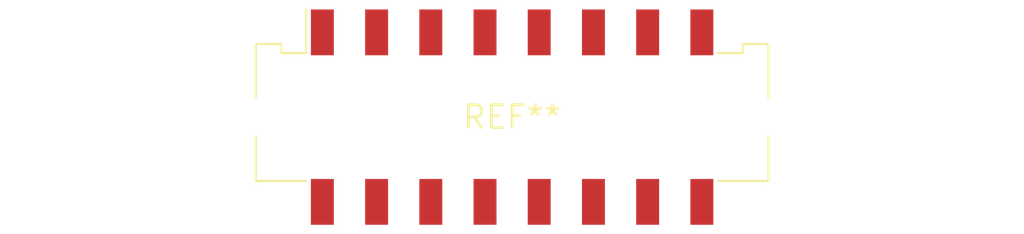
<source format=kicad_pcb>
(kicad_pcb (version 20240108) (generator pcbnew)
  (layers (0 "F.Cu" signal) (31 "B.Cu" signal) (34 "B.Paste" user) (35 "F.Paste" user) (36 "B.SilkS" user "B.Silkscreen") (37 "F.SilkS" user "F.Silkscreen") (38 "B.Mask" user) (39 "F.Mask" user) (44 "Edge.Cuts" user))
  (net 0 "")
  (footprint "Molex_Micro-Fit_3.0_43045-1615_2x08_P3.00mm_Vertical" (layer "F.Cu") (at 0 0)
    (property "Reference" "REF**")
    (property "Value" "Molex_Micro-Fit_3.0_43045-1615_2x08_P3.00mm_Vertical")
    (fp_line (start -14.185 -4.05) (end -12.765 -4.05) (layer "F.SilkS") (stroke (width 0.12)))
    (fp_line (start -14.185 -1.085) (end -14.185 -4.05) (layer "F.SilkS") (stroke (width 0.12)))
    (fp_line (start -14.185 1.085) (end -14.185 3.54) (layer "F.SilkS") (stroke (width 0.12)))
    (fp_line (start -14.185 3.54) (end -11.395 3.54) (layer "F.SilkS") (stroke (width 0.12)))
    (fp_line (start -12.765 -4.05) (end -12.765 -3.55) (layer "F.SilkS") (stroke (width 0.12)))
    (fp_line (start -12.765 -3.55) (end -11.395 -3.55) (layer "F.SilkS") (stroke (width 0.12)))
    (fp_line (start -11.395 -3.55) (end -11.395 -5.97) (layer "F.SilkS") (stroke (width 0.12)))
    (fp_line (start 12.765 -4.05) (end 12.765 -3.55) (layer "F.SilkS") (stroke (width 0.12)))
    (fp_line (start 12.765 -3.55) (end 11.395 -3.55) (layer "F.SilkS") (stroke (width 0.12)))
    (fp_line (start 14.185 -4.05) (end 12.765 -4.05) (layer "F.SilkS") (stroke (width 0.12)))
    (fp_line (start 14.185 -1.085) (end 14.185 -4.05) (layer "F.SilkS") (stroke (width 0.12)))
    (fp_line (start 14.185 1.085) (end 14.185 3.54) (layer "F.SilkS") (stroke (width 0.12)))
    (fp_line (start 14.185 3.54) (end 11.395 3.54) (layer "F.SilkS") (stroke (width 0.12)))
    (pad "" np_thru_hole circle (at -12.65 0) (size 2.41 2.41) (drill 2.41) (layers *.Cu *.Mask))
    (pad "" np_thru_hole circle (at 12.65 0) (size 2.41 2.41) (drill 2.41) (layers *.Cu *.Mask))
    (pad "1" smd rect (at -10.5 -4.7) (size 1.27 2.54) (layers "F.Cu" "F.Paste" "F.Mask"))
    (pad "2" smd rect (at -7.5 -4.7) (size 1.27 2.54) (layers "F.Cu" "F.Paste" "F.Mask"))
    (pad "3" smd rect (at -4.5 -4.7) (size 1.27 2.54) (layers "F.Cu" "F.Paste" "F.Mask"))
    (pad "4" smd rect (at -1.5 -4.7) (size 1.27 2.54) (layers "F.Cu" "F.Paste" "F.Mask"))
    (pad "5" smd rect (at 1.5 -4.7) (size 1.27 2.54) (layers "F.Cu" "F.Paste" "F.Mask"))
    (pad "6" smd rect (at 4.5 -4.7) (size 1.27 2.54) (layers "F.Cu" "F.Paste" "F.Mask"))
    (pad "7" smd rect (at 7.5 -4.7) (size 1.27 2.54) (layers "F.Cu" "F.Paste" "F.Mask"))
    (pad "8" smd rect (at 10.5 -4.7) (size 1.27 2.54) (layers "F.Cu" "F.Paste" "F.Mask"))
    (pad "9" smd rect (at -10.5 4.7) (size 1.27 2.54) (layers "F.Cu" "F.Paste" "F.Mask"))
    (pad "10" smd rect (at -7.5 4.7) (size 1.27 2.54) (layers "F.Cu" "F.Paste" "F.Mask"))
    (pad "11" smd rect (at -4.5 4.7) (size 1.27 2.54) (layers "F.Cu" "F.Paste" "F.Mask"))
    (pad "12" smd rect (at -1.5 4.7) (size 1.27 2.54) (layers "F.Cu" "F.Paste" "F.Mask"))
    (pad "13" smd rect (at 1.5 4.7) (size 1.27 2.54) (layers "F.Cu" "F.Paste" "F.Mask"))
    (pad "14" smd rect (at 4.5 4.7) (size 1.27 2.54) (layers "F.Cu" "F.Paste" "F.Mask"))
    (pad "15" smd rect (at 7.5 4.7) (size 1.27 2.54) (layers "F.Cu" "F.Paste" "F.Mask"))
    (pad "16" smd rect (at 10.5 4.7) (size 1.27 2.54) (layers "F.Cu" "F.Paste" "F.Mask"))
  )
)
</source>
